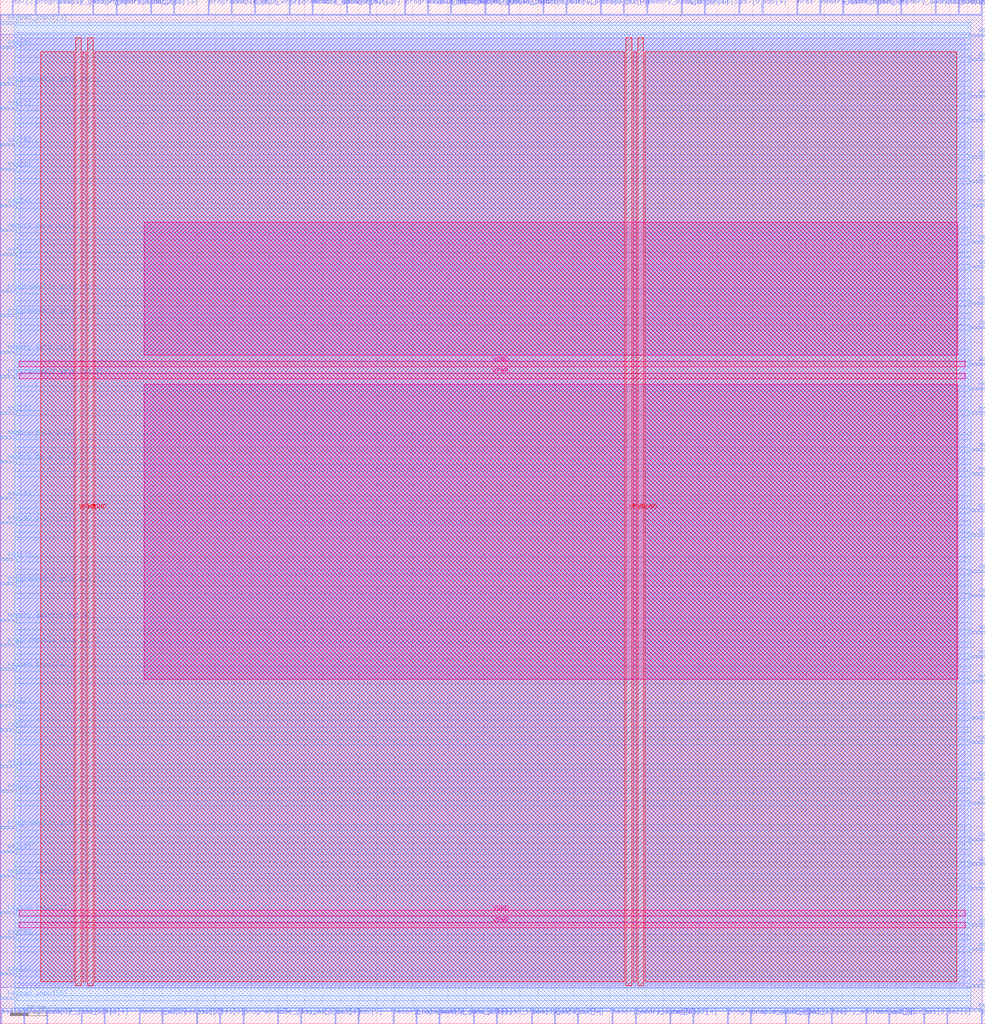
<source format=lef>
VERSION 5.7 ;
  NOWIREEXTENSIONATPIN ON ;
  DIVIDERCHAR "/" ;
  BUSBITCHARS "[]" ;
MACRO z23
  CLASS BLOCK ;
  FOREIGN z23 ;
  ORIGIN 0.000 0.000 ;
  SIZE 274.880 BY 285.600 ;
  PIN VGND
    DIRECTION INOUT ;
    USE GROUND ;
    PORT
      LAYER met4 ;
        RECT 24.340 10.640 25.940 274.960 ;
    END
    PORT
      LAYER met4 ;
        RECT 177.940 10.640 179.540 274.960 ;
    END
    PORT
      LAYER met5 ;
        RECT 5.280 30.030 269.340 31.630 ;
    END
    PORT
      LAYER met5 ;
        RECT 5.280 183.210 269.340 184.810 ;
    END
  END VGND
  PIN VPWR
    DIRECTION INOUT ;
    USE POWER ;
    PORT
      LAYER met4 ;
        RECT 21.040 10.640 22.640 274.960 ;
    END
    PORT
      LAYER met4 ;
        RECT 174.640 10.640 176.240 274.960 ;
    END
    PORT
      LAYER met5 ;
        RECT 5.280 26.730 269.340 28.330 ;
    END
    PORT
      LAYER met5 ;
        RECT 5.280 179.910 269.340 181.510 ;
    END
  END VPWR
  PIN clk
    DIRECTION INPUT ;
    USE SIGNAL ;
    ANTENNAGATEAREA 0.852000 ;
    PORT
      LAYER met2 ;
        RECT 77.370 0.000 77.650 4.000 ;
    END
  END clk
  PIN interrupt_gpio_in
    DIRECTION INPUT ;
    USE SIGNAL ;
    ANTENNAGATEAREA 0.213000 ;
    PORT
      LAYER met2 ;
        RECT 241.590 0.000 241.870 4.000 ;
    END
  END interrupt_gpio_in
  PIN keypad_input[0]
    DIRECTION INPUT ;
    USE SIGNAL ;
    ANTENNAGATEAREA 0.159000 ;
    PORT
      LAYER met2 ;
        RECT 83.810 0.000 84.090 4.000 ;
    END
  END keypad_input[0]
  PIN keypad_input[10]
    DIRECTION INPUT ;
    USE SIGNAL ;
    ANTENNAGATEAREA 0.247500 ;
    PORT
      LAYER met3 ;
        RECT 270.880 3.440 274.880 4.040 ;
    END
  END keypad_input[10]
  PIN keypad_input[11]
    DIRECTION INPUT ;
    USE SIGNAL ;
    ANTENNAGATEAREA 0.159000 ;
    PORT
      LAYER met3 ;
        RECT 0.000 139.440 4.000 140.040 ;
    END
  END keypad_input[11]
  PIN keypad_input[12]
    DIRECTION INPUT ;
    USE SIGNAL ;
    ANTENNAGATEAREA 0.213000 ;
    PORT
      LAYER met2 ;
        RECT 260.910 281.600 261.190 285.600 ;
    END
  END keypad_input[12]
  PIN keypad_input[13]
    DIRECTION INPUT ;
    USE SIGNAL ;
    ANTENNAGATEAREA 0.213000 ;
    PORT
      LAYER met2 ;
        RECT 138.550 0.000 138.830 4.000 ;
    END
  END keypad_input[13]
  PIN keypad_input[14]
    DIRECTION INPUT ;
    USE SIGNAL ;
    ANTENNAGATEAREA 0.213000 ;
    PORT
      LAYER met3 ;
        RECT 270.880 78.240 274.880 78.840 ;
    END
  END keypad_input[14]
  PIN keypad_input[15]
    DIRECTION INPUT ;
    USE SIGNAL ;
    ANTENNAGATEAREA 0.213000 ;
    PORT
      LAYER met3 ;
        RECT 0.000 64.640 4.000 65.240 ;
    END
  END keypad_input[15]
  PIN keypad_input[1]
    DIRECTION INPUT ;
    USE SIGNAL ;
    ANTENNAGATEAREA 0.159000 ;
    PORT
      LAYER met3 ;
        RECT 0.000 30.640 4.000 31.240 ;
    END
  END keypad_input[1]
  PIN keypad_input[2]
    DIRECTION INPUT ;
    USE SIGNAL ;
    ANTENNAGATEAREA 0.213000 ;
    PORT
      LAYER met3 ;
        RECT 0.000 278.840 4.000 279.440 ;
    END
  END keypad_input[2]
  PIN keypad_input[3]
    DIRECTION INPUT ;
    USE SIGNAL ;
    ANTENNAGATEAREA 0.159000 ;
    PORT
      LAYER met2 ;
        RECT 190.070 281.600 190.350 285.600 ;
    END
  END keypad_input[3]
  PIN keypad_input[4]
    DIRECTION INPUT ;
    USE SIGNAL ;
    ANTENNAGATEAREA 0.213000 ;
    PORT
      LAYER met3 ;
        RECT 0.000 98.640 4.000 99.240 ;
    END
  END keypad_input[4]
  PIN keypad_input[5]
    DIRECTION INPUT ;
    USE SIGNAL ;
    ANTENNAGATEAREA 0.159000 ;
    ANTENNADIFFAREA 0.434700 ;
    PORT
      LAYER met3 ;
        RECT 0.000 6.840 4.000 7.440 ;
    END
  END keypad_input[5]
  PIN keypad_input[6]
    DIRECTION INPUT ;
    USE SIGNAL ;
    ANTENNAGATEAREA 0.213000 ;
    PORT
      LAYER met2 ;
        RECT 119.230 281.600 119.510 285.600 ;
    END
  END keypad_input[6]
  PIN keypad_input[7]
    DIRECTION INPUT ;
    USE SIGNAL ;
    ANTENNAGATEAREA 0.213000 ;
    PORT
      LAYER met3 ;
        RECT 270.880 51.040 274.880 51.640 ;
    END
  END keypad_input[7]
  PIN keypad_input[8]
    DIRECTION INPUT ;
    USE SIGNAL ;
    ANTENNAGATEAREA 0.159000 ;
    PORT
      LAYER met3 ;
        RECT 270.880 176.840 274.880 177.440 ;
    END
  END keypad_input[8]
  PIN keypad_input[9]
    DIRECTION INPUT ;
    USE SIGNAL ;
    ANTENNAGATEAREA 0.213000 ;
    PORT
      LAYER met2 ;
        RECT 235.150 281.600 235.430 285.600 ;
    END
  END keypad_input[9]
  PIN memory_address_out[0]
    DIRECTION OUTPUT TRISTATE ;
    USE SIGNAL ;
    ANTENNADIFFAREA 0.795200 ;
    PORT
      LAYER met2 ;
        RECT 267.350 281.600 267.630 285.600 ;
    END
  END memory_address_out[0]
  PIN memory_address_out[10]
    DIRECTION OUTPUT TRISTATE ;
    USE SIGNAL ;
    ANTENNADIFFAREA 0.795200 ;
    PORT
      LAYER met2 ;
        RECT 87.030 281.600 87.310 285.600 ;
    END
  END memory_address_out[10]
  PIN memory_address_out[11]
    DIRECTION OUTPUT TRISTATE ;
    USE SIGNAL ;
    ANTENNADIFFAREA 0.445500 ;
    PORT
      LAYER met2 ;
        RECT 141.770 281.600 142.050 285.600 ;
    END
  END memory_address_out[11]
  PIN memory_address_out[12]
    DIRECTION OUTPUT TRISTATE ;
    USE SIGNAL ;
    ANTENNADIFFAREA 0.445500 ;
    PORT
      LAYER met3 ;
        RECT 270.880 200.640 274.880 201.240 ;
    END
  END memory_address_out[12]
  PIN memory_address_out[13]
    DIRECTION OUTPUT TRISTATE ;
    USE SIGNAL ;
    ANTENNADIFFAREA 0.445500 ;
    PORT
      LAYER met2 ;
        RECT 251.250 281.600 251.530 285.600 ;
    END
  END memory_address_out[13]
  PIN memory_address_out[14]
    DIRECTION OUTPUT TRISTATE ;
    USE SIGNAL ;
    ANTENNADIFFAREA 0.445500 ;
    PORT
      LAYER met3 ;
        RECT 270.880 37.440 274.880 38.040 ;
    END
  END memory_address_out[14]
  PIN memory_address_out[15]
    DIRECTION OUTPUT TRISTATE ;
    USE SIGNAL ;
    ANTENNADIFFAREA 0.795200 ;
    PORT
      LAYER met2 ;
        RECT 228.710 281.600 228.990 285.600 ;
    END
  END memory_address_out[15]
  PIN memory_address_out[1]
    DIRECTION OUTPUT TRISTATE ;
    USE SIGNAL ;
    ANTENNADIFFAREA 0.795200 ;
    PORT
      LAYER met2 ;
        RECT 38.730 0.000 39.010 4.000 ;
    END
  END memory_address_out[1]
  PIN memory_address_out[2]
    DIRECTION OUTPUT TRISTATE ;
    USE SIGNAL ;
    ANTENNADIFFAREA 0.445500 ;
    PORT
      LAYER met3 ;
        RECT 270.880 217.640 274.880 218.240 ;
    END
  END memory_address_out[2]
  PIN memory_address_out[3]
    DIRECTION OUTPUT TRISTATE ;
    USE SIGNAL ;
    ANTENNADIFFAREA 0.795200 ;
    PORT
      LAYER met2 ;
        RECT 25.850 281.600 26.130 285.600 ;
    END
  END memory_address_out[3]
  PIN memory_address_out[4]
    DIRECTION OUTPUT TRISTATE ;
    USE SIGNAL ;
    ANTENNADIFFAREA 0.795200 ;
    PORT
      LAYER met2 ;
        RECT 157.870 281.600 158.150 285.600 ;
    END
  END memory_address_out[4]
  PIN memory_address_out[5]
    DIRECTION OUTPUT TRISTATE ;
    USE SIGNAL ;
    ANTENNADIFFAREA 0.795200 ;
    PORT
      LAYER met3 ;
        RECT 0.000 40.840 4.000 41.440 ;
    END
  END memory_address_out[5]
  PIN memory_address_out[6]
    DIRECTION OUTPUT TRISTATE ;
    USE SIGNAL ;
    ANTENNADIFFAREA 0.795200 ;
    PORT
      LAYER met2 ;
        RECT 170.750 0.000 171.030 4.000 ;
    END
  END memory_address_out[6]
  PIN memory_address_out[7]
    DIRECTION OUTPUT TRISTATE ;
    USE SIGNAL ;
    ANTENNADIFFAREA 0.445500 ;
    PORT
      LAYER met3 ;
        RECT 270.880 85.040 274.880 85.640 ;
    END
  END memory_address_out[7]
  PIN memory_address_out[8]
    DIRECTION OUTPUT TRISTATE ;
    USE SIGNAL ;
    ANTENNADIFFAREA 0.795200 ;
    PORT
      LAYER met3 ;
        RECT 0.000 112.240 4.000 112.840 ;
    END
  END memory_address_out[8]
  PIN memory_address_out[9]
    DIRECTION OUTPUT TRISTATE ;
    USE SIGNAL ;
    ANTENNADIFFAREA 0.795200 ;
    PORT
      LAYER met2 ;
        RECT 231.930 0.000 232.210 4.000 ;
    END
  END memory_address_out[9]
  PIN memory_data_in[0]
    DIRECTION INPUT ;
    USE SIGNAL ;
    ANTENNAGATEAREA 0.213000 ;
    PORT
      LAYER met3 ;
        RECT 270.880 125.840 274.880 126.440 ;
    END
  END memory_data_in[0]
  PIN memory_data_in[1]
    DIRECTION INPUT ;
    USE SIGNAL ;
    ANTENNAGATEAREA 0.213000 ;
    PORT
      LAYER met3 ;
        RECT 0.000 163.240 4.000 163.840 ;
    END
  END memory_data_in[1]
  PIN memory_data_in[2]
    DIRECTION INPUT ;
    USE SIGNAL ;
    ANTENNAGATEAREA 0.213000 ;
    PORT
      LAYER met2 ;
        RECT 122.450 0.000 122.730 4.000 ;
    END
  END memory_data_in[2]
  PIN memory_data_in[3]
    DIRECTION INPUT ;
    USE SIGNAL ;
    ANTENNAGATEAREA 0.213000 ;
    PORT
      LAYER met2 ;
        RECT 32.290 281.600 32.570 285.600 ;
    END
  END memory_data_in[3]
  PIN memory_data_in[4]
    DIRECTION INPUT ;
    USE SIGNAL ;
    ANTENNAGATEAREA 0.213000 ;
    PORT
      LAYER met3 ;
        RECT 0.000 187.040 4.000 187.640 ;
    END
  END memory_data_in[4]
  PIN memory_data_in[5]
    DIRECTION INPUT ;
    USE SIGNAL ;
    ANTENNAGATEAREA 0.196500 ;
    PORT
      LAYER met2 ;
        RECT 180.410 281.600 180.690 285.600 ;
    END
  END memory_data_in[5]
  PIN memory_data_in[6]
    DIRECTION INPUT ;
    USE SIGNAL ;
    ANTENNAGATEAREA 0.196500 ;
    PORT
      LAYER met2 ;
        RECT 135.330 281.600 135.610 285.600 ;
    END
  END memory_data_in[6]
  PIN memory_data_in[7]
    DIRECTION INPUT ;
    USE SIGNAL ;
    ANTENNAGATEAREA 0.126000 ;
    ANTENNADIFFAREA 0.434700 ;
    PORT
      LAYER met3 ;
        RECT 270.880 193.840 274.880 194.440 ;
    END
  END memory_data_in[7]
  PIN memory_data_out[0]
    DIRECTION OUTPUT TRISTATE ;
    USE SIGNAL ;
    ANTENNADIFFAREA 0.795200 ;
    PORT
      LAYER met3 ;
        RECT 270.880 227.840 274.880 228.440 ;
    END
  END memory_data_out[0]
  PIN memory_data_out[1]
    DIRECTION OUTPUT TRISTATE ;
    USE SIGNAL ;
    ANTENNADIFFAREA 0.795200 ;
    PORT
      LAYER met3 ;
        RECT 0.000 221.040 4.000 221.640 ;
    END
  END memory_data_out[1]
  PIN memory_data_out[2]
    DIRECTION OUTPUT TRISTATE ;
    USE SIGNAL ;
    ANTENNADIFFAREA 0.445500 ;
    PORT
      LAYER met3 ;
        RECT 270.880 119.040 274.880 119.640 ;
    END
  END memory_data_out[2]
  PIN memory_data_out[3]
    DIRECTION OUTPUT TRISTATE ;
    USE SIGNAL ;
    ANTENNADIFFAREA 0.795200 ;
    PORT
      LAYER met2 ;
        RECT 177.190 0.000 177.470 4.000 ;
    END
  END memory_data_out[3]
  PIN memory_data_out[4]
    DIRECTION OUTPUT TRISTATE ;
    USE SIGNAL ;
    ANTENNADIFFAREA 0.795200 ;
    PORT
      LAYER met2 ;
        RECT 148.210 0.000 148.490 4.000 ;
    END
  END memory_data_out[4]
  PIN memory_data_out[5]
    DIRECTION OUTPUT TRISTATE ;
    USE SIGNAL ;
    ANTENNADIFFAREA 0.795200 ;
    PORT
      LAYER met2 ;
        RECT 109.570 0.000 109.850 4.000 ;
    END
  END memory_data_out[5]
  PIN memory_data_out[6]
    DIRECTION OUTPUT TRISTATE ;
    USE SIGNAL ;
    ANTENNADIFFAREA 0.445500 ;
    PORT
      LAYER met3 ;
        RECT 270.880 10.240 274.880 10.840 ;
    END
  END memory_data_out[6]
  PIN memory_data_out[7]
    DIRECTION OUTPUT TRISTATE ;
    USE SIGNAL ;
    ANTENNADIFFAREA 0.795200 ;
    PORT
      LAYER met3 ;
        RECT 0.000 156.440 4.000 157.040 ;
    END
  END memory_data_out[7]
  PIN memory_wr
    DIRECTION OUTPUT TRISTATE ;
    USE SIGNAL ;
    ANTENNADIFFAREA 0.445500 ;
    PORT
      LAYER met3 ;
        RECT 270.880 153.040 274.880 153.640 ;
    END
  END memory_wr
  PIN nrst
    DIRECTION INPUT ;
    USE SIGNAL ;
    ANTENNAGATEAREA 0.196500 ;
    PORT
      LAYER met2 ;
        RECT 222.270 281.600 222.550 285.600 ;
    END
  END nrst
  PIN programmable_gpio_in[0]
    DIRECTION INPUT ;
    USE SIGNAL ;
    ANTENNAGATEAREA 0.126000 ;
    ANTENNADIFFAREA 0.434700 ;
    PORT
      LAYER met3 ;
        RECT 0.000 261.840 4.000 262.440 ;
    END
  END programmable_gpio_in[0]
  PIN programmable_gpio_in[1]
    DIRECTION INPUT ;
    USE SIGNAL ;
    ANTENNAGATEAREA 0.196500 ;
    PORT
      LAYER met3 ;
        RECT 0.000 197.240 4.000 197.840 ;
    END
  END programmable_gpio_in[1]
  PIN programmable_gpio_in[2]
    DIRECTION INPUT ;
    USE SIGNAL ;
    ANTENNAGATEAREA 0.213000 ;
    PORT
      LAYER met2 ;
        RECT 67.710 0.000 67.990 4.000 ;
    END
  END programmable_gpio_in[2]
  PIN programmable_gpio_in[3]
    DIRECTION INPUT ;
    USE SIGNAL ;
    ANTENNAGATEAREA 0.213000 ;
    PORT
      LAYER met3 ;
        RECT 270.880 251.640 274.880 252.240 ;
    END
  END programmable_gpio_in[3]
  PIN programmable_gpio_in[4]
    DIRECTION INPUT ;
    USE SIGNAL ;
    ANTENNAGATEAREA 0.159000 ;
    ANTENNADIFFAREA 0.434700 ;
    PORT
      LAYER met3 ;
        RECT 270.880 95.240 274.880 95.840 ;
    END
  END programmable_gpio_in[4]
  PIN programmable_gpio_in[5]
    DIRECTION INPUT ;
    USE SIGNAL ;
    ANTENNAGATEAREA 0.196500 ;
    PORT
      LAYER met2 ;
        RECT 80.590 281.600 80.870 285.600 ;
    END
  END programmable_gpio_in[5]
  PIN programmable_gpio_in[6]
    DIRECTION INPUT ;
    USE SIGNAL ;
    ANTENNAGATEAREA 0.213000 ;
    PORT
      LAYER met2 ;
        RECT 273.790 0.000 274.070 4.000 ;
    END
  END programmable_gpio_in[6]
  PIN programmable_gpio_in[7]
    DIRECTION INPUT ;
    USE SIGNAL ;
    ANTENNAGATEAREA 0.213000 ;
    PORT
      LAYER met3 ;
        RECT 0.000 105.440 4.000 106.040 ;
    END
  END programmable_gpio_in[7]
  PIN programmable_gpio_out[0]
    DIRECTION OUTPUT TRISTATE ;
    USE SIGNAL ;
    ANTENNADIFFAREA 0.795200 ;
    PORT
      LAYER met2 ;
        RECT 112.790 281.600 113.070 285.600 ;
    END
  END programmable_gpio_out[0]
  PIN programmable_gpio_out[1]
    DIRECTION OUTPUT TRISTATE ;
    USE SIGNAL ;
    ANTENNADIFFAREA 0.795200 ;
    PORT
      LAYER met2 ;
        RECT 209.390 0.000 209.670 4.000 ;
    END
  END programmable_gpio_out[1]
  PIN programmable_gpio_out[2]
    DIRECTION OUTPUT TRISTATE ;
    USE SIGNAL ;
    ANTENNADIFFAREA 0.795200 ;
    PORT
      LAYER met3 ;
        RECT 270.880 234.640 274.880 235.240 ;
    END
  END programmable_gpio_out[2]
  PIN programmable_gpio_out[3]
    DIRECTION OUTPUT TRISTATE ;
    USE SIGNAL ;
    ANTENNADIFFAREA 0.795200 ;
    PORT
      LAYER met3 ;
        RECT 270.880 61.240 274.880 61.840 ;
    END
  END programmable_gpio_out[3]
  PIN programmable_gpio_out[4]
    DIRECTION OUTPUT TRISTATE ;
    USE SIGNAL ;
    ANTENNADIFFAREA 0.795200 ;
    PORT
      LAYER met2 ;
        RECT 116.010 0.000 116.290 4.000 ;
    END
  END programmable_gpio_out[4]
  PIN programmable_gpio_out[5]
    DIRECTION OUTPUT TRISTATE ;
    USE SIGNAL ;
    ANTENNADIFFAREA 0.795200 ;
    PORT
      LAYER met3 ;
        RECT 0.000 180.240 4.000 180.840 ;
    END
  END programmable_gpio_out[5]
  PIN programmable_gpio_out[6]
    DIRECTION OUTPUT TRISTATE ;
    USE SIGNAL ;
    ANTENNADIFFAREA 0.795200 ;
    PORT
      LAYER met2 ;
        RECT 6.530 0.000 6.810 4.000 ;
    END
  END programmable_gpio_out[6]
  PIN programmable_gpio_out[7]
    DIRECTION OUTPUT TRISTATE ;
    USE SIGNAL ;
    ANTENNADIFFAREA 0.795200 ;
    PORT
      LAYER met3 ;
        RECT 0.000 122.440 4.000 123.040 ;
    END
  END programmable_gpio_out[7]
  PIN programmable_gpio_wr[0]
    DIRECTION OUTPUT TRISTATE ;
    USE SIGNAL ;
    ANTENNADIFFAREA 0.795200 ;
    PORT
      LAYER met2 ;
        RECT 202.950 0.000 203.230 4.000 ;
    END
  END programmable_gpio_wr[0]
  PIN programmable_gpio_wr[1]
    DIRECTION OUTPUT TRISTATE ;
    USE SIGNAL ;
    ANTENNADIFFAREA 0.795200 ;
    PORT
      LAYER met3 ;
        RECT 270.880 170.040 274.880 170.640 ;
    END
  END programmable_gpio_wr[1]
  PIN programmable_gpio_wr[2]
    DIRECTION OUTPUT TRISTATE ;
    USE SIGNAL ;
    ANTENNADIFFAREA 0.445500 ;
    PORT
      LAYER met2 ;
        RECT 58.050 281.600 58.330 285.600 ;
    END
  END programmable_gpio_wr[2]
  PIN programmable_gpio_wr[3]
    DIRECTION OUTPUT TRISTATE ;
    USE SIGNAL ;
    ANTENNADIFFAREA 0.795200 ;
    PORT
      LAYER met3 ;
        RECT 0.000 54.440 4.000 55.040 ;
    END
  END programmable_gpio_wr[3]
  PIN programmable_gpio_wr[4]
    DIRECTION OUTPUT TRISTATE ;
    USE SIGNAL ;
    ANTENNADIFFAREA 0.445500 ;
    PORT
      LAYER met3 ;
        RECT 270.880 268.640 274.880 269.240 ;
    END
  END programmable_gpio_wr[4]
  PIN programmable_gpio_wr[5]
    DIRECTION OUTPUT TRISTATE ;
    USE SIGNAL ;
    ANTENNADIFFAREA 0.445500 ;
    PORT
      LAYER met2 ;
        RECT 125.670 281.600 125.950 285.600 ;
    END
  END programmable_gpio_wr[5]
  PIN programmable_gpio_wr[6]
    DIRECTION OUTPUT TRISTATE ;
    USE SIGNAL ;
    ANTENNADIFFAREA 0.445500 ;
    PORT
      LAYER met2 ;
        RECT 9.750 281.600 10.030 285.600 ;
    END
  END programmable_gpio_wr[6]
  PIN programmable_gpio_wr[7]
    DIRECTION OUTPUT TRISTATE ;
    USE SIGNAL ;
    ANTENNADIFFAREA 0.795200 ;
    PORT
      LAYER met3 ;
        RECT 0.000 204.040 4.000 204.640 ;
    END
  END programmable_gpio_wr[7]
  PIN ss0[0]
    DIRECTION OUTPUT TRISTATE ;
    USE SIGNAL ;
    ANTENNADIFFAREA 0.795200 ;
    PORT
      LAYER met2 ;
        RECT 96.690 281.600 96.970 285.600 ;
    END
  END ss0[0]
  PIN ss0[1]
    DIRECTION OUTPUT TRISTATE ;
    USE SIGNAL ;
    ANTENNADIFFAREA 0.445500 ;
    PORT
      LAYER met2 ;
        RECT 64.490 281.600 64.770 285.600 ;
    END
  END ss0[1]
  PIN ss0[2]
    DIRECTION OUTPUT TRISTATE ;
    USE SIGNAL ;
    ANTENNADIFFAREA 0.795200 ;
    PORT
      LAYER met2 ;
        RECT 41.950 281.600 42.230 285.600 ;
    END
  END ss0[2]
  PIN ss0[3]
    DIRECTION OUTPUT TRISTATE ;
    USE SIGNAL ;
    ANTENNADIFFAREA 0.795200 ;
    PORT
      LAYER met3 ;
        RECT 270.880 102.040 274.880 102.640 ;
    END
  END ss0[3]
  PIN ss0[4]
    DIRECTION OUTPUT TRISTATE ;
    USE SIGNAL ;
    ANTENNADIFFAREA 0.795200 ;
    PORT
      LAYER met3 ;
        RECT 270.880 275.440 274.880 276.040 ;
    END
  END ss0[4]
  PIN ss0[5]
    DIRECTION OUTPUT TRISTATE ;
    USE SIGNAL ;
    ANTENNADIFFAREA 0.795200 ;
    PORT
      LAYER met2 ;
        RECT 22.630 0.000 22.910 4.000 ;
    END
  END ss0[5]
  PIN ss0[6]
    DIRECTION OUTPUT TRISTATE ;
    USE SIGNAL ;
    ANTENNADIFFAREA 0.795200 ;
    PORT
      LAYER met3 ;
        RECT 270.880 20.440 274.880 21.040 ;
    END
  END ss0[6]
  PIN ss0[7]
    DIRECTION OUTPUT TRISTATE ;
    USE SIGNAL ;
    ANTENNADIFFAREA 0.445500 ;
    PORT
      LAYER met3 ;
        RECT 270.880 108.840 274.880 109.440 ;
    END
  END ss0[7]
  PIN ss1[0]
    DIRECTION OUTPUT TRISTATE ;
    USE SIGNAL ;
    ANTENNADIFFAREA 0.445500 ;
    PORT
      LAYER met2 ;
        RECT 173.970 281.600 174.250 285.600 ;
    END
  END ss1[0]
  PIN ss1[1]
    DIRECTION OUTPUT TRISTATE ;
    USE SIGNAL ;
    ANTENNADIFFAREA 0.795200 ;
    PORT
      LAYER met2 ;
        RECT 16.190 281.600 16.470 285.600 ;
    END
  END ss1[1]
  PIN ss1[2]
    DIRECTION OUTPUT TRISTATE ;
    USE SIGNAL ;
    ANTENNADIFFAREA 0.795200 ;
    PORT
      LAYER met2 ;
        RECT 257.690 0.000 257.970 4.000 ;
    END
  END ss1[2]
  PIN ss1[3]
    DIRECTION OUTPUT TRISTATE ;
    USE SIGNAL ;
    ANTENNADIFFAREA 0.795200 ;
    PORT
      LAYER met3 ;
        RECT 0.000 146.240 4.000 146.840 ;
    END
  END ss1[3]
  PIN ss1[4]
    DIRECTION OUTPUT TRISTATE ;
    USE SIGNAL ;
    ANTENNADIFFAREA 0.795200 ;
    PORT
      LAYER met3 ;
        RECT 0.000 47.640 4.000 48.240 ;
    END
  END ss1[4]
  PIN ss1[5]
    DIRECTION OUTPUT TRISTATE ;
    USE SIGNAL ;
    ANTENNADIFFAREA 0.795200 ;
    PORT
      LAYER met2 ;
        RECT 273.790 281.600 274.070 285.600 ;
    END
  END ss1[5]
  PIN ss1[6]
    DIRECTION OUTPUT TRISTATE ;
    USE SIGNAL ;
    ANTENNADIFFAREA 0.795200 ;
    PORT
      LAYER met2 ;
        RECT 61.270 0.000 61.550 4.000 ;
    END
  END ss1[6]
  PIN ss1[7]
    DIRECTION OUTPUT TRISTATE ;
    USE SIGNAL ;
    ANTENNADIFFAREA 0.795200 ;
    PORT
      LAYER met3 ;
        RECT 0.000 129.240 4.000 129.840 ;
    END
  END ss1[7]
  PIN ss2[0]
    DIRECTION OUTPUT TRISTATE ;
    USE SIGNAL ;
    ANTENNADIFFAREA 0.795200 ;
    PORT
      LAYER met2 ;
        RECT 161.090 0.000 161.370 4.000 ;
    END
  END ss2[0]
  PIN ss2[1]
    DIRECTION OUTPUT TRISTATE ;
    USE SIGNAL ;
    ANTENNADIFFAREA 0.795200 ;
    PORT
      LAYER met2 ;
        RECT 264.130 0.000 264.410 4.000 ;
    END
  END ss2[1]
  PIN ss2[2]
    DIRECTION OUTPUT TRISTATE ;
    USE SIGNAL ;
    ANTENNADIFFAREA 0.795200 ;
    PORT
      LAYER met2 ;
        RECT 103.130 281.600 103.410 285.600 ;
    END
  END ss2[2]
  PIN ss2[3]
    DIRECTION OUTPUT TRISTATE ;
    USE SIGNAL ;
    ANTENNADIFFAREA 0.795200 ;
    PORT
      LAYER met2 ;
        RECT 219.050 0.000 219.330 4.000 ;
    END
  END ss2[3]
  PIN ss2[4]
    DIRECTION OUTPUT TRISTATE ;
    USE SIGNAL ;
    ANTENNADIFFAREA 0.795200 ;
    PORT
      LAYER met2 ;
        RECT 29.070 0.000 29.350 4.000 ;
    END
  END ss2[4]
  PIN ss2[5]
    DIRECTION OUTPUT TRISTATE ;
    USE SIGNAL ;
    ANTENNADIFFAREA 0.795200 ;
    PORT
      LAYER met2 ;
        RECT 99.910 0.000 100.190 4.000 ;
    END
  END ss2[5]
  PIN ss2[6]
    DIRECTION OUTPUT TRISTATE ;
    USE SIGNAL ;
    ANTENNADIFFAREA 0.795200 ;
    PORT
      LAYER met3 ;
        RECT 270.880 27.240 274.880 27.840 ;
    END
  END ss2[6]
  PIN ss2[7]
    DIRECTION OUTPUT TRISTATE ;
    USE SIGNAL ;
    ANTENNADIFFAREA 0.445500 ;
    PORT
      LAYER met3 ;
        RECT 270.880 210.840 274.880 211.440 ;
    END
  END ss2[7]
  PIN ss3[0]
    DIRECTION OUTPUT TRISTATE ;
    USE SIGNAL ;
    ANTENNADIFFAREA 0.795200 ;
    PORT
      LAYER met3 ;
        RECT 270.880 142.840 274.880 143.440 ;
    END
  END ss3[0]
  PIN ss3[1]
    DIRECTION OUTPUT TRISTATE ;
    USE SIGNAL ;
    ANTENNADIFFAREA 0.795200 ;
    PORT
      LAYER met2 ;
        RECT 225.490 0.000 225.770 4.000 ;
    END
  END ss3[1]
  PIN ss3[2]
    DIRECTION OUTPUT TRISTATE ;
    USE SIGNAL ;
    ANTENNADIFFAREA 0.795200 ;
    PORT
      LAYER met3 ;
        RECT 0.000 170.040 4.000 170.640 ;
    END
  END ss3[2]
  PIN ss3[3]
    DIRECTION OUTPUT TRISTATE ;
    USE SIGNAL ;
    ANTENNADIFFAREA 0.795200 ;
    PORT
      LAYER met3 ;
        RECT 270.880 68.040 274.880 68.640 ;
    END
  END ss3[3]
  PIN ss3[4]
    DIRECTION OUTPUT TRISTATE ;
    USE SIGNAL ;
    ANTENNADIFFAREA 0.795200 ;
    PORT
      LAYER met3 ;
        RECT 0.000 227.840 4.000 228.440 ;
    END
  END ss3[4]
  PIN ss3[5]
    DIRECTION OUTPUT TRISTATE ;
    USE SIGNAL ;
    ANTENNADIFFAREA 0.445500 ;
    PORT
      LAYER met3 ;
        RECT 270.880 159.840 274.880 160.440 ;
    END
  END ss3[5]
  PIN ss3[6]
    DIRECTION OUTPUT TRISTATE ;
    USE SIGNAL ;
    ANTENNADIFFAREA 0.445500 ;
    PORT
      LAYER met3 ;
        RECT 270.880 241.440 274.880 242.040 ;
    END
  END ss3[6]
  PIN ss3[7]
    DIRECTION OUTPUT TRISTATE ;
    USE SIGNAL ;
    ANTENNADIFFAREA 0.795200 ;
    PORT
      LAYER met2 ;
        RECT 248.030 0.000 248.310 4.000 ;
    END
  END ss3[7]
  PIN ss4[0]
    DIRECTION OUTPUT TRISTATE ;
    USE SIGNAL ;
    ANTENNADIFFAREA 0.445500 ;
    PORT
      LAYER met3 ;
        RECT 270.880 258.440 274.880 259.040 ;
    END
  END ss4[0]
  PIN ss4[1]
    DIRECTION OUTPUT TRISTATE ;
    USE SIGNAL ;
    ANTENNADIFFAREA 0.795200 ;
    PORT
      LAYER met3 ;
        RECT 0.000 238.040 4.000 238.640 ;
    END
  END ss4[1]
  PIN ss4[2]
    DIRECTION OUTPUT TRISTATE ;
    USE SIGNAL ;
    ANTENNADIFFAREA 0.795200 ;
    PORT
      LAYER met3 ;
        RECT 0.000 13.640 4.000 14.240 ;
    END
  END ss4[2]
  PIN ss4[3]
    DIRECTION OUTPUT TRISTATE ;
    USE SIGNAL ;
    ANTENNADIFFAREA 0.795200 ;
    PORT
      LAYER met3 ;
        RECT 0.000 88.440 4.000 89.040 ;
    END
  END ss4[3]
  PIN ss4[4]
    DIRECTION OUTPUT TRISTATE ;
    USE SIGNAL ;
    ANTENNADIFFAREA 0.795200 ;
    PORT
      LAYER met2 ;
        RECT 0.090 0.000 0.370 4.000 ;
    END
  END ss4[4]
  PIN ss4[5]
    DIRECTION OUTPUT TRISTATE ;
    USE SIGNAL ;
    ANTENNADIFFAREA 0.795200 ;
    PORT
      LAYER met2 ;
        RECT 186.850 0.000 187.130 4.000 ;
    END
  END ss4[5]
  PIN ss4[6]
    DIRECTION OUTPUT TRISTATE ;
    USE SIGNAL ;
    ANTENNADIFFAREA 0.795200 ;
    PORT
      LAYER met3 ;
        RECT 0.000 272.040 4.000 272.640 ;
    END
  END ss4[6]
  PIN ss4[7]
    DIRECTION OUTPUT TRISTATE ;
    USE SIGNAL ;
    ANTENNADIFFAREA 0.795200 ;
    PORT
      LAYER met2 ;
        RECT 70.930 281.600 71.210 285.600 ;
    END
  END ss4[7]
  PIN ss5[0]
    DIRECTION OUTPUT TRISTATE ;
    USE SIGNAL ;
    ANTENNADIFFAREA 0.445500 ;
    PORT
      LAYER met2 ;
        RECT 167.530 281.600 167.810 285.600 ;
    END
  END ss5[0]
  PIN ss5[1]
    DIRECTION OUTPUT TRISTATE ;
    USE SIGNAL ;
    ANTENNADIFFAREA 0.795200 ;
    PORT
      LAYER met3 ;
        RECT 0.000 214.240 4.000 214.840 ;
    END
  END ss5[1]
  PIN ss5[2]
    DIRECTION OUTPUT TRISTATE ;
    USE SIGNAL ;
    ANTENNADIFFAREA 0.795200 ;
    PORT
      LAYER met2 ;
        RECT 45.170 0.000 45.450 4.000 ;
    END
  END ss5[2]
  PIN ss5[3]
    DIRECTION OUTPUT TRISTATE ;
    USE SIGNAL ;
    ANTENNADIFFAREA 0.795200 ;
    PORT
      LAYER met2 ;
        RECT 12.970 0.000 13.250 4.000 ;
    END
  END ss5[3]
  PIN ss5[4]
    DIRECTION OUTPUT TRISTATE ;
    USE SIGNAL ;
    ANTENNADIFFAREA 0.795200 ;
    PORT
      LAYER met2 ;
        RECT 212.610 281.600 212.890 285.600 ;
    END
  END ss5[4]
  PIN ss5[5]
    DIRECTION OUTPUT TRISTATE ;
    USE SIGNAL ;
    ANTENNADIFFAREA 0.795200 ;
    PORT
      LAYER met2 ;
        RECT 151.430 281.600 151.710 285.600 ;
    END
  END ss5[5]
  PIN ss5[6]
    DIRECTION OUTPUT TRISTATE ;
    USE SIGNAL ;
    ANTENNADIFFAREA 0.795200 ;
    PORT
      LAYER met2 ;
        RECT 132.110 0.000 132.390 4.000 ;
    END
  END ss5[6]
  PIN ss5[7]
    DIRECTION OUTPUT TRISTATE ;
    USE SIGNAL ;
    ANTENNADIFFAREA 0.445500 ;
    PORT
      LAYER met2 ;
        RECT 244.810 281.600 245.090 285.600 ;
    END
  END ss5[7]
  PIN ss6[0]
    DIRECTION OUTPUT TRISTATE ;
    USE SIGNAL ;
    ANTENNADIFFAREA 0.445500 ;
    PORT
      LAYER met3 ;
        RECT 270.880 44.240 274.880 44.840 ;
    END
  END ss6[0]
  PIN ss6[1]
    DIRECTION OUTPUT TRISTATE ;
    USE SIGNAL ;
    ANTENNADIFFAREA 0.795200 ;
    PORT
      LAYER met3 ;
        RECT 0.000 255.040 4.000 255.640 ;
    END
  END ss6[1]
  PIN ss6[2]
    DIRECTION OUTPUT TRISTATE ;
    USE SIGNAL ;
    ANTENNADIFFAREA 0.795200 ;
    PORT
      LAYER met3 ;
        RECT 0.000 81.640 4.000 82.240 ;
    END
  END ss6[2]
  PIN ss6[3]
    DIRECTION OUTPUT TRISTATE ;
    USE SIGNAL ;
    ANTENNADIFFAREA 0.795200 ;
    PORT
      LAYER met2 ;
        RECT 54.830 0.000 55.110 4.000 ;
    END
  END ss6[3]
  PIN ss6[4]
    DIRECTION OUTPUT TRISTATE ;
    USE SIGNAL ;
    ANTENNADIFFAREA 0.795200 ;
    PORT
      LAYER met2 ;
        RECT 93.470 0.000 93.750 4.000 ;
    END
  END ss6[4]
  PIN ss6[5]
    DIRECTION OUTPUT TRISTATE ;
    USE SIGNAL ;
    ANTENNADIFFAREA 0.795200 ;
    PORT
      LAYER met3 ;
        RECT 0.000 23.840 4.000 24.440 ;
    END
  END ss6[5]
  PIN ss6[6]
    DIRECTION OUTPUT TRISTATE ;
    USE SIGNAL ;
    ANTENNADIFFAREA 0.445500 ;
    PORT
      LAYER met3 ;
        RECT 270.880 183.640 274.880 184.240 ;
    END
  END ss6[6]
  PIN ss6[7]
    DIRECTION OUTPUT TRISTATE ;
    USE SIGNAL ;
    ANTENNADIFFAREA 0.795200 ;
    PORT
      LAYER met2 ;
        RECT 154.650 0.000 154.930 4.000 ;
    END
  END ss6[7]
  PIN ss7[0]
    DIRECTION OUTPUT TRISTATE ;
    USE SIGNAL ;
    ANTENNADIFFAREA 0.795200 ;
    PORT
      LAYER met2 ;
        RECT 206.170 281.600 206.450 285.600 ;
    END
  END ss7[0]
  PIN ss7[1]
    DIRECTION OUTPUT TRISTATE ;
    USE SIGNAL ;
    ANTENNADIFFAREA 0.795200 ;
    PORT
      LAYER met2 ;
        RECT 196.510 281.600 196.790 285.600 ;
    END
  END ss7[1]
  PIN ss7[2]
    DIRECTION OUTPUT TRISTATE ;
    USE SIGNAL ;
    ANTENNADIFFAREA 0.795200 ;
    PORT
      LAYER met2 ;
        RECT 3.310 281.600 3.590 285.600 ;
    END
  END ss7[2]
  PIN ss7[3]
    DIRECTION OUTPUT TRISTATE ;
    USE SIGNAL ;
    ANTENNADIFFAREA 0.795200 ;
    PORT
      LAYER met2 ;
        RECT 48.390 281.600 48.670 285.600 ;
    END
  END ss7[3]
  PIN ss7[4]
    DIRECTION OUTPUT TRISTATE ;
    USE SIGNAL ;
    ANTENNADIFFAREA 0.795200 ;
    PORT
      LAYER met2 ;
        RECT 193.290 0.000 193.570 4.000 ;
    END
  END ss7[4]
  PIN ss7[5]
    DIRECTION OUTPUT TRISTATE ;
    USE SIGNAL ;
    ANTENNADIFFAREA 0.795200 ;
    PORT
      LAYER met3 ;
        RECT 0.000 71.440 4.000 72.040 ;
    END
  END ss7[5]
  PIN ss7[6]
    DIRECTION OUTPUT TRISTATE ;
    USE SIGNAL ;
    ANTENNADIFFAREA 0.795200 ;
    PORT
      LAYER met3 ;
        RECT 0.000 244.840 4.000 245.440 ;
    END
  END ss7[6]
  PIN ss7[7]
    DIRECTION OUTPUT TRISTATE ;
    USE SIGNAL ;
    ANTENNADIFFAREA 0.445500 ;
    PORT
      LAYER met3 ;
        RECT 270.880 136.040 274.880 136.640 ;
    END
  END ss7[7]
  OBS
      LAYER li1 ;
        RECT 5.520 10.795 269.100 274.805 ;
      LAYER met1 ;
        RECT 0.070 10.240 274.090 276.040 ;
      LAYER met2 ;
        RECT 0.100 281.320 3.030 281.600 ;
        RECT 3.870 281.320 9.470 281.600 ;
        RECT 10.310 281.320 15.910 281.600 ;
        RECT 16.750 281.320 25.570 281.600 ;
        RECT 26.410 281.320 32.010 281.600 ;
        RECT 32.850 281.320 41.670 281.600 ;
        RECT 42.510 281.320 48.110 281.600 ;
        RECT 48.950 281.320 57.770 281.600 ;
        RECT 58.610 281.320 64.210 281.600 ;
        RECT 65.050 281.320 70.650 281.600 ;
        RECT 71.490 281.320 80.310 281.600 ;
        RECT 81.150 281.320 86.750 281.600 ;
        RECT 87.590 281.320 96.410 281.600 ;
        RECT 97.250 281.320 102.850 281.600 ;
        RECT 103.690 281.320 112.510 281.600 ;
        RECT 113.350 281.320 118.950 281.600 ;
        RECT 119.790 281.320 125.390 281.600 ;
        RECT 126.230 281.320 135.050 281.600 ;
        RECT 135.890 281.320 141.490 281.600 ;
        RECT 142.330 281.320 151.150 281.600 ;
        RECT 151.990 281.320 157.590 281.600 ;
        RECT 158.430 281.320 167.250 281.600 ;
        RECT 168.090 281.320 173.690 281.600 ;
        RECT 174.530 281.320 180.130 281.600 ;
        RECT 180.970 281.320 189.790 281.600 ;
        RECT 190.630 281.320 196.230 281.600 ;
        RECT 197.070 281.320 205.890 281.600 ;
        RECT 206.730 281.320 212.330 281.600 ;
        RECT 213.170 281.320 221.990 281.600 ;
        RECT 222.830 281.320 228.430 281.600 ;
        RECT 229.270 281.320 234.870 281.600 ;
        RECT 235.710 281.320 244.530 281.600 ;
        RECT 245.370 281.320 250.970 281.600 ;
        RECT 251.810 281.320 260.630 281.600 ;
        RECT 261.470 281.320 267.070 281.600 ;
        RECT 267.910 281.320 273.510 281.600 ;
        RECT 0.100 4.280 274.060 281.320 ;
        RECT 0.650 3.555 6.250 4.280 ;
        RECT 7.090 3.555 12.690 4.280 ;
        RECT 13.530 3.555 22.350 4.280 ;
        RECT 23.190 3.555 28.790 4.280 ;
        RECT 29.630 3.555 38.450 4.280 ;
        RECT 39.290 3.555 44.890 4.280 ;
        RECT 45.730 3.555 54.550 4.280 ;
        RECT 55.390 3.555 60.990 4.280 ;
        RECT 61.830 3.555 67.430 4.280 ;
        RECT 68.270 3.555 77.090 4.280 ;
        RECT 77.930 3.555 83.530 4.280 ;
        RECT 84.370 3.555 93.190 4.280 ;
        RECT 94.030 3.555 99.630 4.280 ;
        RECT 100.470 3.555 109.290 4.280 ;
        RECT 110.130 3.555 115.730 4.280 ;
        RECT 116.570 3.555 122.170 4.280 ;
        RECT 123.010 3.555 131.830 4.280 ;
        RECT 132.670 3.555 138.270 4.280 ;
        RECT 139.110 3.555 147.930 4.280 ;
        RECT 148.770 3.555 154.370 4.280 ;
        RECT 155.210 3.555 160.810 4.280 ;
        RECT 161.650 3.555 170.470 4.280 ;
        RECT 171.310 3.555 176.910 4.280 ;
        RECT 177.750 3.555 186.570 4.280 ;
        RECT 187.410 3.555 193.010 4.280 ;
        RECT 193.850 3.555 202.670 4.280 ;
        RECT 203.510 3.555 209.110 4.280 ;
        RECT 209.950 3.555 218.770 4.280 ;
        RECT 219.610 3.555 225.210 4.280 ;
        RECT 226.050 3.555 231.650 4.280 ;
        RECT 232.490 3.555 241.310 4.280 ;
        RECT 242.150 3.555 247.750 4.280 ;
        RECT 248.590 3.555 257.410 4.280 ;
        RECT 258.250 3.555 263.850 4.280 ;
        RECT 264.690 3.555 273.510 4.280 ;
      LAYER met3 ;
        RECT 4.400 278.440 270.880 279.305 ;
        RECT 4.000 276.440 270.880 278.440 ;
        RECT 4.000 275.040 270.480 276.440 ;
        RECT 4.000 273.040 270.880 275.040 ;
        RECT 4.400 271.640 270.880 273.040 ;
        RECT 4.000 269.640 270.880 271.640 ;
        RECT 4.000 268.240 270.480 269.640 ;
        RECT 4.000 262.840 270.880 268.240 ;
        RECT 4.400 261.440 270.880 262.840 ;
        RECT 4.000 259.440 270.880 261.440 ;
        RECT 4.000 258.040 270.480 259.440 ;
        RECT 4.000 256.040 270.880 258.040 ;
        RECT 4.400 254.640 270.880 256.040 ;
        RECT 4.000 252.640 270.880 254.640 ;
        RECT 4.000 251.240 270.480 252.640 ;
        RECT 4.000 245.840 270.880 251.240 ;
        RECT 4.400 244.440 270.880 245.840 ;
        RECT 4.000 242.440 270.880 244.440 ;
        RECT 4.000 241.040 270.480 242.440 ;
        RECT 4.000 239.040 270.880 241.040 ;
        RECT 4.400 237.640 270.880 239.040 ;
        RECT 4.000 235.640 270.880 237.640 ;
        RECT 4.000 234.240 270.480 235.640 ;
        RECT 4.000 228.840 270.880 234.240 ;
        RECT 4.400 227.440 270.480 228.840 ;
        RECT 4.000 222.040 270.880 227.440 ;
        RECT 4.400 220.640 270.880 222.040 ;
        RECT 4.000 218.640 270.880 220.640 ;
        RECT 4.000 217.240 270.480 218.640 ;
        RECT 4.000 215.240 270.880 217.240 ;
        RECT 4.400 213.840 270.880 215.240 ;
        RECT 4.000 211.840 270.880 213.840 ;
        RECT 4.000 210.440 270.480 211.840 ;
        RECT 4.000 205.040 270.880 210.440 ;
        RECT 4.400 203.640 270.880 205.040 ;
        RECT 4.000 201.640 270.880 203.640 ;
        RECT 4.000 200.240 270.480 201.640 ;
        RECT 4.000 198.240 270.880 200.240 ;
        RECT 4.400 196.840 270.880 198.240 ;
        RECT 4.000 194.840 270.880 196.840 ;
        RECT 4.000 193.440 270.480 194.840 ;
        RECT 4.000 188.040 270.880 193.440 ;
        RECT 4.400 186.640 270.880 188.040 ;
        RECT 4.000 184.640 270.880 186.640 ;
        RECT 4.000 183.240 270.480 184.640 ;
        RECT 4.000 181.240 270.880 183.240 ;
        RECT 4.400 179.840 270.880 181.240 ;
        RECT 4.000 177.840 270.880 179.840 ;
        RECT 4.000 176.440 270.480 177.840 ;
        RECT 4.000 171.040 270.880 176.440 ;
        RECT 4.400 169.640 270.480 171.040 ;
        RECT 4.000 164.240 270.880 169.640 ;
        RECT 4.400 162.840 270.880 164.240 ;
        RECT 4.000 160.840 270.880 162.840 ;
        RECT 4.000 159.440 270.480 160.840 ;
        RECT 4.000 157.440 270.880 159.440 ;
        RECT 4.400 156.040 270.880 157.440 ;
        RECT 4.000 154.040 270.880 156.040 ;
        RECT 4.000 152.640 270.480 154.040 ;
        RECT 4.000 147.240 270.880 152.640 ;
        RECT 4.400 145.840 270.880 147.240 ;
        RECT 4.000 143.840 270.880 145.840 ;
        RECT 4.000 142.440 270.480 143.840 ;
        RECT 4.000 140.440 270.880 142.440 ;
        RECT 4.400 139.040 270.880 140.440 ;
        RECT 4.000 137.040 270.880 139.040 ;
        RECT 4.000 135.640 270.480 137.040 ;
        RECT 4.000 130.240 270.880 135.640 ;
        RECT 4.400 128.840 270.880 130.240 ;
        RECT 4.000 126.840 270.880 128.840 ;
        RECT 4.000 125.440 270.480 126.840 ;
        RECT 4.000 123.440 270.880 125.440 ;
        RECT 4.400 122.040 270.880 123.440 ;
        RECT 4.000 120.040 270.880 122.040 ;
        RECT 4.000 118.640 270.480 120.040 ;
        RECT 4.000 113.240 270.880 118.640 ;
        RECT 4.400 111.840 270.880 113.240 ;
        RECT 4.000 109.840 270.880 111.840 ;
        RECT 4.000 108.440 270.480 109.840 ;
        RECT 4.000 106.440 270.880 108.440 ;
        RECT 4.400 105.040 270.880 106.440 ;
        RECT 4.000 103.040 270.880 105.040 ;
        RECT 4.000 101.640 270.480 103.040 ;
        RECT 4.000 99.640 270.880 101.640 ;
        RECT 4.400 98.240 270.880 99.640 ;
        RECT 4.000 96.240 270.880 98.240 ;
        RECT 4.000 94.840 270.480 96.240 ;
        RECT 4.000 89.440 270.880 94.840 ;
        RECT 4.400 88.040 270.880 89.440 ;
        RECT 4.000 86.040 270.880 88.040 ;
        RECT 4.000 84.640 270.480 86.040 ;
        RECT 4.000 82.640 270.880 84.640 ;
        RECT 4.400 81.240 270.880 82.640 ;
        RECT 4.000 79.240 270.880 81.240 ;
        RECT 4.000 77.840 270.480 79.240 ;
        RECT 4.000 72.440 270.880 77.840 ;
        RECT 4.400 71.040 270.880 72.440 ;
        RECT 4.000 69.040 270.880 71.040 ;
        RECT 4.000 67.640 270.480 69.040 ;
        RECT 4.000 65.640 270.880 67.640 ;
        RECT 4.400 64.240 270.880 65.640 ;
        RECT 4.000 62.240 270.880 64.240 ;
        RECT 4.000 60.840 270.480 62.240 ;
        RECT 4.000 55.440 270.880 60.840 ;
        RECT 4.400 54.040 270.880 55.440 ;
        RECT 4.000 52.040 270.880 54.040 ;
        RECT 4.000 50.640 270.480 52.040 ;
        RECT 4.000 48.640 270.880 50.640 ;
        RECT 4.400 47.240 270.880 48.640 ;
        RECT 4.000 45.240 270.880 47.240 ;
        RECT 4.000 43.840 270.480 45.240 ;
        RECT 4.000 41.840 270.880 43.840 ;
        RECT 4.400 40.440 270.880 41.840 ;
        RECT 4.000 38.440 270.880 40.440 ;
        RECT 4.000 37.040 270.480 38.440 ;
        RECT 4.000 31.640 270.880 37.040 ;
        RECT 4.400 30.240 270.880 31.640 ;
        RECT 4.000 28.240 270.880 30.240 ;
        RECT 4.000 26.840 270.480 28.240 ;
        RECT 4.000 24.840 270.880 26.840 ;
        RECT 4.400 23.440 270.880 24.840 ;
        RECT 4.000 21.440 270.880 23.440 ;
        RECT 4.000 20.040 270.480 21.440 ;
        RECT 4.000 14.640 270.880 20.040 ;
        RECT 4.400 13.240 270.880 14.640 ;
        RECT 4.000 11.240 270.880 13.240 ;
        RECT 4.000 9.840 270.480 11.240 ;
        RECT 4.000 7.840 270.880 9.840 ;
        RECT 4.400 6.440 270.880 7.840 ;
        RECT 4.000 4.440 270.880 6.440 ;
        RECT 4.000 3.575 270.480 4.440 ;
      LAYER met4 ;
        RECT 11.335 11.735 20.640 271.145 ;
        RECT 23.040 11.735 23.940 271.145 ;
        RECT 26.340 11.735 174.240 271.145 ;
        RECT 176.640 11.735 177.540 271.145 ;
        RECT 179.940 11.735 266.930 271.145 ;
      LAYER met5 ;
        RECT 40.140 186.410 267.140 223.500 ;
        RECT 40.140 96.100 267.140 178.310 ;
  END
END z23
END LIBRARY


</source>
